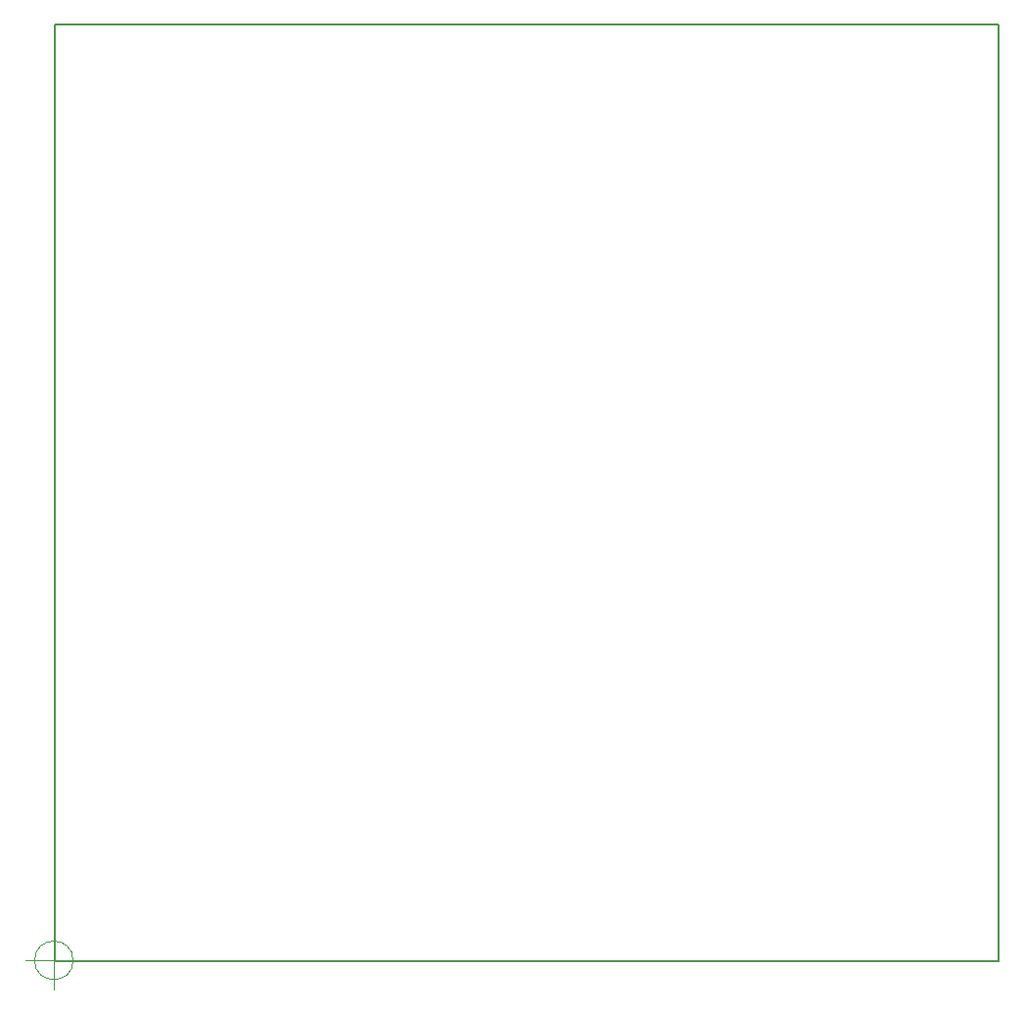
<source format=gbr>
%TF.GenerationSoftware,KiCad,Pcbnew,6.0.5-a6ca702e91~116~ubuntu20.04.1*%
%TF.CreationDate,2022-09-12T10:32:16-03:00*%
%TF.ProjectId,PEF,5045462e-6b69-4636-9164-5f7063625858,rev?*%
%TF.SameCoordinates,Original*%
%TF.FileFunction,Profile,NP*%
%FSLAX46Y46*%
G04 Gerber Fmt 4.6, Leading zero omitted, Abs format (unit mm)*
G04 Created by KiCad (PCBNEW 6.0.5-a6ca702e91~116~ubuntu20.04.1) date 2022-09-12 10:32:16*
%MOMM*%
%LPD*%
G01*
G04 APERTURE LIST*
%TA.AperFunction,Profile*%
%ADD10C,0.100000*%
%TD*%
%TA.AperFunction,Profile*%
%ADD11C,0.200000*%
%TD*%
G04 APERTURE END LIST*
D10*
X13956666Y-93320000D02*
G75*
G03*
X13956666Y-93320000I-1666666J0D01*
G01*
X9790000Y-93320000D02*
X14790000Y-93320000D01*
X12290000Y-90820000D02*
X12290000Y-95820000D01*
D11*
X12400000Y-12400000D02*
X94000000Y-12400000D01*
X94000000Y-12400000D02*
X94000000Y-93400000D01*
X94000000Y-93400000D02*
X12400000Y-93400000D01*
X12400000Y-93400000D02*
X12400000Y-12400000D01*
M02*

</source>
